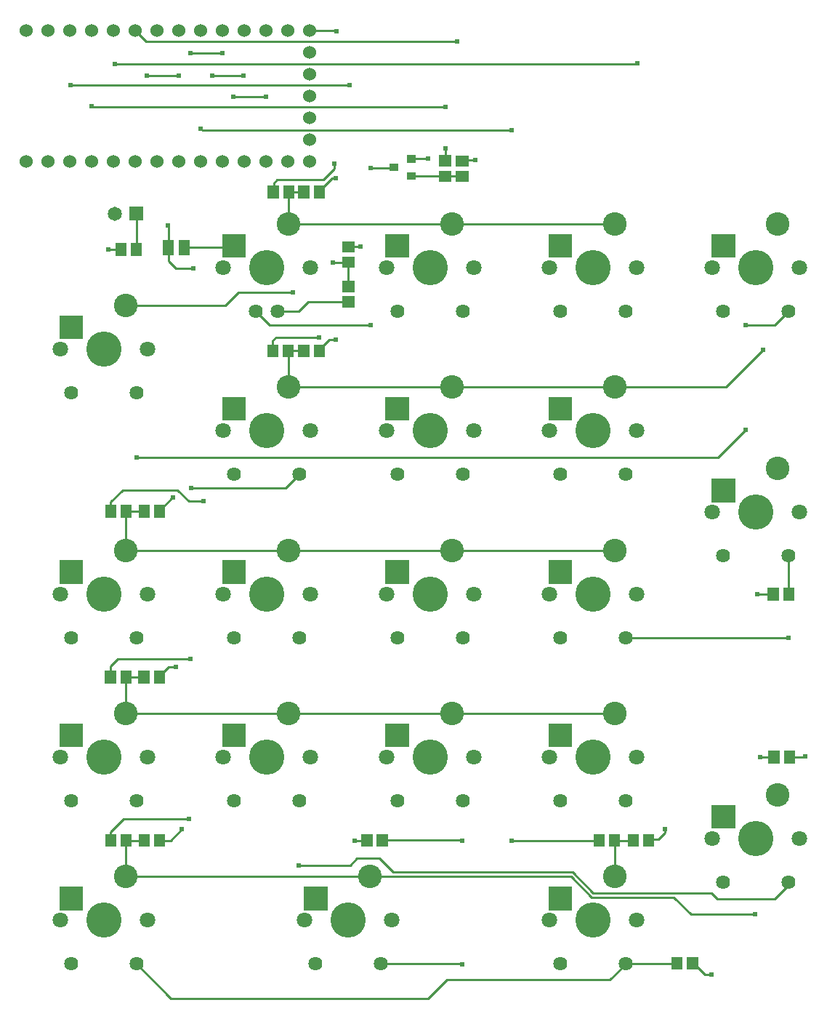
<source format=gbr>
G04 start of page 2 for group 0 idx 0 *
G04 Title: SFT-HW-0023, top *
G04 Creator: pcb 20110918 *
G04 CreationDate: Fri 17 Apr 2015 10:20:38 PM GMT UTC *
G04 For: tgack *
G04 Format: Gerber/RS-274X *
G04 PCB-Dimensions: 380630 455118 *
G04 PCB-Coordinate-Origin: lower left *
%MOIN*%
%FSLAX25Y25*%
%LNTOP*%
%ADD29C,0.1575*%
%ADD28C,0.1440*%
%ADD27C,0.0430*%
%ADD26C,0.0400*%
%ADD25C,0.0669*%
%ADD24C,0.0350*%
%ADD23C,0.0120*%
%ADD22C,0.0240*%
%ADD21R,0.0340X0.0340*%
%ADD20R,0.0510X0.0510*%
%ADD19R,0.0512X0.0512*%
%ADD18C,0.1615*%
%ADD17C,0.0650*%
%ADD16C,0.0001*%
%ADD15C,0.0640*%
%ADD14C,0.1080*%
%ADD13C,0.0709*%
%ADD12C,0.0600*%
%ADD11C,0.0100*%
G54D11*X71378Y5512D02*X55551Y21338D01*
X272795Y14173D02*X198031D01*
X189370Y5512D01*
X71378D02*X189370D01*
X167756Y21338D02*X205039D01*
X205118Y21260D01*
X59055Y77953D02*X50787D01*
X66141D02*X71260D01*
X76378Y83071D01*
X50787Y77953D02*Y61574D01*
X205118Y77953D02*X205039Y78031D01*
X168346D01*
X161260Y78424D02*X160788Y77953D01*
X155512D01*
X227559D02*X267717D01*
X272795Y14173D02*X280276Y21653D01*
X303544D01*
X310630Y22046D02*X316141Y16535D01*
X319291D01*
X274961Y61338D02*Y77795D01*
X274803Y77953D01*
X283465D01*
X254803Y61338D02*X264173Y51968D01*
X301969D01*
X264961Y53937D02*X255512Y63386D01*
X354764Y57520D02*X348425Y51181D01*
X322047D01*
X347953Y116613D02*X347481Y116142D01*
X341732D01*
X362205Y116535D02*X361890Y116220D01*
X355039D01*
X322047Y51181D02*X319291Y53937D01*
X264961D01*
X50787Y61574D02*X50551Y61338D01*
X51260D02*X50787Y61811D01*
X51260Y61338D02*X254803D01*
X354764Y58740D02*Y57520D01*
X290551Y78346D02*X290552D01*
X301969Y51968D02*X309843Y44094D01*
X339370D01*
X290552Y78346D02*X294882D01*
X298031Y81496D01*
Y83071D01*
X43701Y78346D03*
Y81890D01*
X255512Y63386D02*X173228D01*
X166929Y69685D01*
X156693D01*
X153543Y66535D01*
X129921D01*
X274961Y136142D02*X50551D01*
X50708Y136299D01*
Y152835D01*
Y152442D02*X51101Y152835D01*
X43622Y153228D02*X43701Y153306D01*
Y157874D01*
X46850Y161024D01*
X51101Y152835D02*X58977D01*
X66063Y153228D02*X70315Y157480D01*
X73622D01*
X46850Y161024D02*X80315D01*
X43701Y81890D02*X49606Y87795D01*
X79528D01*
X48426Y348819D02*X42520D01*
X55472Y365275D02*Y348858D01*
X55512Y348819D01*
X50787Y211181D02*Y228740D01*
Y229133D02*X51023Y228898D01*
X43701Y229133D02*Y229134D01*
Y233071D01*
X49213Y238583D01*
X51023Y228898D02*X59134D01*
X50551Y323149D02*X50630Y323228D01*
X35039Y414567D02*X35433Y414173D01*
X50551Y210945D02*X50787Y211181D01*
X66220Y229291D02*X71969Y235039D01*
X72441D01*
X74409Y238583D02*X79528Y233464D01*
X86220D01*
X130354Y245748D02*X123976Y239370D01*
X80709D01*
X49213Y238583D02*X74409D01*
X125354Y285748D02*X125197Y285905D01*
X118111Y302755D02*X118110Y302756D01*
Y307087D01*
X125197Y285905D02*Y302362D01*
X132284Y302755D02*X131891Y302362D01*
X125197D01*
X139370Y302755D02*X144095Y307480D01*
X146850D01*
X116732Y314173D02*X162992D01*
X119685Y308661D02*X139370D01*
X120354Y320551D02*X120433Y320472D01*
X129921D01*
X134252Y324803D01*
X110354Y320551D02*X116732Y314173D01*
X118110Y307087D02*X119685Y308661D01*
X100354Y350551D02*X98701Y348898D01*
X78342Y349901D02*X99705D01*
X96457Y323228D02*X102362Y329134D01*
X35433Y414173D02*X197244D01*
X153150Y424016D02*X25197D01*
X85039Y404331D02*X85827Y403543D01*
X100000Y418898D02*X114961D01*
X70079Y359842D02*X70158Y359763D01*
Y343621D01*
X77558Y350685D02*X78342Y349901D01*
X50630Y323228D02*X96457D01*
X81496Y340157D02*X73622D01*
X70158Y343621D01*
X197244Y395275D02*X197150Y395181D01*
Y389504D01*
X134252Y324803D02*X152756D01*
X152363Y331889D02*X152756Y332282D01*
X102362Y329134D02*X127165D01*
X152363Y342914D02*Y342913D01*
X145669D01*
X118347Y375668D02*X118504Y375826D01*
Y379134D01*
X120079Y380709D01*
X141339D01*
X146457Y385827D01*
Y388189D01*
X279961Y170945D02*X280039Y170866D01*
X354724D01*
X354764Y208346D02*X354724Y208307D01*
Y190945D01*
X347638Y191338D02*X347245Y190945D01*
X340157D01*
X354764Y320551D02*X348386Y314173D01*
X335039D01*
Y266142D02*X322441Y253543D01*
X342913Y302756D02*X326024Y285866D01*
X274961Y210945D02*X50551D01*
X322441Y253543D02*X55512D01*
X274961Y285748D02*X125354D01*
X274961D02*X275276Y285433D01*
X326024Y285866D02*X274843D01*
X152756Y332282D02*Y342914D01*
X152363Y350000D03*
X158268D01*
X125354Y360551D02*X125433Y360630D01*
Y375275D01*
X132284Y375590D02*X131970Y375275D01*
X125433D01*
X139370Y375590D02*X145276Y381496D01*
X146850D01*
X274961Y360551D02*X125354D01*
X181448Y382512D02*X181542Y382418D01*
X173248Y386412D02*X173057Y386220D01*
X162992D01*
X181448Y390312D02*X181687Y390551D01*
X189370D01*
X181542Y382418D02*X204552D01*
X204631Y382339D02*X204552Y382418D01*
X204631Y389425D02*X204969Y389764D01*
X211024D01*
X285433Y434252D02*X285039Y433858D01*
X45669D01*
X55000Y449118D02*X60024Y444094D01*
X202756D01*
X147244Y448819D02*X146945Y449118D01*
X135000D01*
X80315Y438976D02*X94882D01*
X85827Y403543D02*X227559D01*
X60236Y428346D02*X74803D01*
X90157D02*X104724D01*
G54D12*X5000Y389118D03*
X15000D03*
X25000D03*
X35000D03*
X45000D03*
G54D13*X60551Y303149D03*
G54D14*X50551Y323149D03*
G54D15*X55551Y283149D03*
G54D16*G36*
X20151Y318549D02*Y307749D01*
X30951D01*
Y318549D01*
X20151D01*
G37*
G36*
X52222Y368525D02*Y362025D01*
X58722D01*
Y368525D01*
X52222D01*
G37*
G54D17*X45472Y365275D03*
G54D12*X55000Y389118D03*
X65000D03*
X75000D03*
X85000D03*
X95000D03*
X105000D03*
X115000Y449118D03*
X105000D03*
X95000D03*
X85000D03*
X75000D03*
X65000D03*
X55000D03*
X45000D03*
X35000D03*
X25000D03*
X15000D03*
X5000D03*
G54D18*X115354Y340551D03*
G54D15*X120354Y320551D03*
X110354D03*
G54D14*X125354Y285748D03*
G54D13*X95354Y340551D03*
G54D16*G36*
X94954Y355951D02*Y345151D01*
X105754D01*
Y355951D01*
X94954D01*
G37*
G54D13*X95354Y265748D03*
G54D16*G36*
X94954Y281148D02*Y270348D01*
X105754D01*
Y281148D01*
X94954D01*
G37*
G54D15*X100354Y245748D03*
G54D18*X40551Y303149D03*
Y190945D03*
Y116142D03*
Y41338D03*
G54D13*X20551Y303149D03*
G54D15*X25551Y283149D03*
G54D13*X60551Y190945D03*
G54D14*X50551Y210945D03*
G54D15*X55551Y170945D03*
G54D13*X60551Y116142D03*
G54D14*X50551Y136142D03*
G54D13*X20551Y190945D03*
G54D16*G36*
X20151Y206345D02*Y195545D01*
X30951D01*
Y206345D01*
X20151D01*
G37*
G54D15*X25551Y170945D03*
G54D13*X20551Y116142D03*
G54D16*G36*
X20151Y131542D02*Y120742D01*
X30951D01*
Y131542D01*
X20151D01*
G37*
G54D15*X55551Y96142D03*
G54D13*X60551Y41338D03*
G54D14*X50551Y61338D03*
G54D15*X55551Y21338D03*
X25551Y96142D03*
G54D13*X20551Y41338D03*
G54D16*G36*
X20151Y56738D02*Y45938D01*
X30951D01*
Y56738D01*
X20151D01*
G37*
G54D15*X25551Y21338D03*
G54D18*X115354Y265748D03*
G54D15*X130354Y245748D03*
G54D18*X115354Y190945D03*
G54D14*X125354Y210945D03*
G54D18*X115354Y116142D03*
G54D14*X125354Y136142D03*
G54D13*X95354Y190945D03*
G54D15*X100354Y170945D03*
G54D13*X95354Y116142D03*
G54D16*G36*
X94954Y131542D02*Y120742D01*
X105754D01*
Y131542D01*
X94954D01*
G37*
G54D15*X100354Y96142D03*
G54D13*X135354Y190945D03*
G54D15*X130354Y170945D03*
G54D16*G36*
X94954Y206345D02*Y195545D01*
X105754D01*
Y206345D01*
X94954D01*
G37*
G54D13*X135354Y116142D03*
G54D15*X130354Y96142D03*
G54D13*X132756Y41338D03*
G54D16*G36*
X132356Y56738D02*Y45938D01*
X143156D01*
Y56738D01*
X132356D01*
G37*
G54D15*X137756Y21338D03*
G54D18*X264961Y190945D03*
X190157D03*
G54D13*X170157D03*
X210157D03*
G54D16*G36*
X169757Y206345D02*Y195545D01*
X180557D01*
Y206345D01*
X169757D01*
G37*
G54D14*X200157Y210945D03*
G54D13*X244961Y190945D03*
G54D15*X249961Y170945D03*
X205157D03*
X175157D03*
G54D13*X284961Y190945D03*
G54D14*X274961Y210945D03*
G54D15*X279961Y170945D03*
G54D13*X284961Y265748D03*
G54D14*X274961Y285748D03*
G54D15*X279961Y245748D03*
G54D16*G36*
X244561Y206345D02*Y195545D01*
X255361D01*
Y206345D01*
X244561D01*
G37*
G54D18*X264961Y265748D03*
G54D13*X244961D03*
G54D16*G36*
X244561Y281148D02*Y270348D01*
X255361D01*
Y281148D01*
X244561D01*
G37*
G54D15*X249961Y245748D03*
G54D18*X339764Y228346D03*
G54D13*X359764D03*
G54D14*X349764Y248346D03*
G54D15*X354764Y208346D03*
G54D13*X319764Y228346D03*
G54D16*G36*
X319364Y243746D02*Y232946D01*
X330164D01*
Y243746D01*
X319364D01*
G37*
G54D15*X324764Y208346D03*
G54D13*X244961Y41338D03*
G54D15*X279961Y21338D03*
X249961D03*
G54D18*X264961Y41338D03*
G54D13*X284961D03*
G54D16*G36*
X244561Y56738D02*Y45938D01*
X255361D01*
Y56738D01*
X244561D01*
G37*
G54D14*X274961Y61338D03*
G54D18*X339764Y78740D03*
G54D13*X319764D03*
G54D15*X324764Y58740D03*
G54D13*X359764Y78740D03*
G54D14*X349764Y98740D03*
G54D15*X354764Y58740D03*
G54D16*G36*
X319364Y94140D02*Y83340D01*
X330164D01*
Y94140D01*
X319364D01*
G37*
G54D18*X190157Y116142D03*
G54D13*X210157D03*
G54D14*X200157Y136142D03*
G54D15*X205157Y96142D03*
G54D13*X170157Y116142D03*
G54D16*G36*
X169757Y131542D02*Y120742D01*
X180557D01*
Y131542D01*
X169757D01*
G37*
G54D15*X175157Y96142D03*
G54D18*X264961Y116142D03*
G54D13*X244961D03*
X284961D03*
G54D15*X279961Y96142D03*
G54D16*G36*
X244561Y131542D02*Y120742D01*
X255361D01*
Y131542D01*
X244561D01*
G37*
G54D15*X249961Y96142D03*
G54D14*X274961Y136142D03*
G54D18*X152756Y41338D03*
G54D13*X172756D03*
G54D14*X162756Y61338D03*
G54D15*X167756Y21338D03*
G54D12*X115000Y389118D03*
X125000D03*
X135000D03*
Y399118D03*
Y409118D03*
Y419118D03*
Y429118D03*
G54D13*X135354Y265748D03*
G54D12*X135000Y439118D03*
Y449118D03*
X125000D03*
G54D13*X135354Y340551D03*
G54D14*X125354Y360551D03*
G54D18*X190157Y340551D03*
G54D13*X210157D03*
G54D14*X200157Y360551D03*
G54D15*X205157Y320551D03*
G54D13*X170157Y340551D03*
G54D16*G36*
X169757Y355951D02*Y345151D01*
X180557D01*
Y355951D01*
X169757D01*
G37*
G54D15*X175157Y320551D03*
G54D18*X264961Y340551D03*
G54D13*X244961D03*
G54D16*G36*
X244561Y355951D02*Y345151D01*
X255361D01*
Y355951D01*
X244561D01*
G37*
G54D15*X249961Y320551D03*
G54D18*X190157Y265748D03*
G54D13*X210157D03*
G54D14*X200157Y285748D03*
G54D15*X205157Y245748D03*
G54D13*X170157Y265748D03*
G54D16*G36*
X169757Y281148D02*Y270348D01*
X180557D01*
Y281148D01*
X169757D01*
G37*
G54D15*X175157Y245748D03*
G54D13*X284961Y340551D03*
G54D15*X279961Y320551D03*
G54D14*X274961Y360551D03*
X349764D03*
G54D18*X339764Y340551D03*
G54D13*X319764D03*
X359764D03*
G54D16*G36*
X319364Y355951D02*Y345151D01*
X330164D01*
Y355951D01*
X319364D01*
G37*
G54D15*X354764Y320551D03*
X324764D03*
G54D19*X59055Y78346D02*Y77560D01*
X43701Y78346D02*Y77560D01*
X50787Y78346D02*Y77560D01*
X66141Y78346D02*Y77560D01*
X161260Y78424D02*Y77638D01*
X168346Y78424D02*Y77638D01*
X283465Y78346D02*Y77560D01*
X267717Y78346D02*Y77560D01*
X274803Y78346D02*Y77560D01*
X290551Y78346D02*Y77560D01*
X310630Y22046D02*Y21260D01*
X303544Y22046D02*Y21260D01*
X43622Y153228D02*Y152442D01*
X50708Y153228D02*Y152442D01*
X43701Y229133D02*Y228347D01*
X50787Y229133D02*Y228347D01*
X347638Y191338D02*Y190552D01*
X354724Y191338D02*Y190552D01*
X347953Y116613D02*Y115827D01*
X355039Y116613D02*Y115827D01*
X59134Y229291D02*Y228505D01*
X66220Y229291D02*Y228505D01*
X58977Y153228D02*Y152442D01*
X66063Y153228D02*Y152442D01*
X132284Y375590D02*Y374804D01*
X139370Y375590D02*Y374804D01*
X132284Y302755D02*Y301969D01*
X139370Y302755D02*Y301969D01*
X118111Y302755D02*Y301969D01*
X125197Y302755D02*Y301969D01*
X152363Y324803D02*X153149D01*
X152363Y331889D02*X153149D01*
X118347Y375668D02*Y374882D01*
X125433Y375668D02*Y374882D01*
G54D20*X70158Y350685D02*Y348685D01*
X77558Y350685D02*Y348685D01*
G54D19*X48426Y349212D02*Y348426D01*
X55512Y349212D02*Y348426D01*
X152363Y350000D02*X153149D01*
X152363Y342914D02*X153149D01*
X204631Y389425D02*X205417D01*
X204631Y382339D02*X205417D01*
X196757Y389504D02*X197543D01*
X196757Y382418D02*X197543D01*
G54D21*X181448Y382512D02*X182048D01*
X181448Y390312D02*X182048D01*
X173248Y386412D02*X173848D01*
G54D22*X73622Y157480D03*
X55512Y253543D03*
X72441Y235039D03*
X80709Y239370D03*
X80315Y161024D03*
X86220Y233464D03*
X127165Y329134D03*
X25197Y424016D03*
X104724Y428346D03*
X100000Y418898D03*
X114961D03*
X85039Y404331D03*
X81496Y340157D03*
X80315Y438976D03*
X94882D03*
X90157Y428346D03*
X42520Y348819D03*
X35039Y414567D03*
X45669Y433858D03*
X60236Y428346D03*
X74803D03*
X70079Y359842D03*
X205118Y21260D03*
X76378Y83071D03*
X129921Y66535D03*
X205118Y77953D03*
X155512D03*
X354724Y170866D03*
X298031Y83071D03*
X339370Y44094D03*
X341732Y116142D03*
X362205Y116535D03*
X319291Y16535D03*
X227559Y77953D03*
X79528Y87795D03*
X340157Y190945D03*
X335039Y314173D03*
Y266142D03*
X342913Y302756D03*
X146850Y307480D03*
X158268Y350000D03*
X162992Y314173D03*
X145669Y342913D03*
X139370Y308661D03*
X189370Y390551D03*
X197244Y414173D03*
Y395275D03*
X202756Y444094D03*
X211024Y389764D03*
X285433Y434252D03*
X227559Y403543D03*
X162992Y386220D03*
X146850Y381496D03*
X153150Y424016D03*
X146457Y388189D03*
X147244Y448819D03*
G54D23*G54D24*G54D25*G54D12*G54D26*G54D12*G54D27*G54D28*G54D24*G54D29*G54D26*G54D12*G54D25*G54D12*G54D25*G54D12*G54D26*G54D29*G54D25*G54D26*G54D28*G54D25*G54D12*G54D26*G54D25*G54D12*G54D25*G54D12*G54D26*G54D25*G54D12*G54D26*G54D25*G54D12*G54D26*G54D25*G54D12*G54D26*G54D29*G54D26*G54D29*G54D12*G54D29*G54D12*G54D25*G54D26*G54D25*G54D12*G54D26*G54D28*G54D25*G54D26*G54D12*G54D25*G54D26*G54D25*G54D12*G54D26*G54D29*G54D25*G54D12*G54D25*G54D26*G54D25*G54D12*G54D26*G54D25*G54D12*G54D26*G54D12*G54D29*G54D25*G54D12*G54D26*G54D29*G54D25*G54D12*G54D26*G54D25*G54D12*G54D26*G54D25*G54D26*G54D29*G54D25*G54D12*G54D29*G54D25*G54D26*G54D25*G54D12*G54D26*G54D28*G54D12*G54D29*G54D25*G54D12*G54D26*G54D25*G54D12*G54D26*G54D29*G54D25*G54D26*G54D12*G54D26*G54D12*G54D29*G54D25*G54D12*G54D26*G54D24*G54D25*G54D24*G54D25*G54D12*G54D29*G54D25*G54D12*G54D26*G54D25*G54D12*G54D26*G54D29*G54D25*G54D12*G54D26*G54D29*G54D25*G54D12*G54D26*G54D25*G54D12*G54D26*G54D25*G54D26*G54D12*G54D29*G54D25*G54D12*G54D26*G54D28*M02*

</source>
